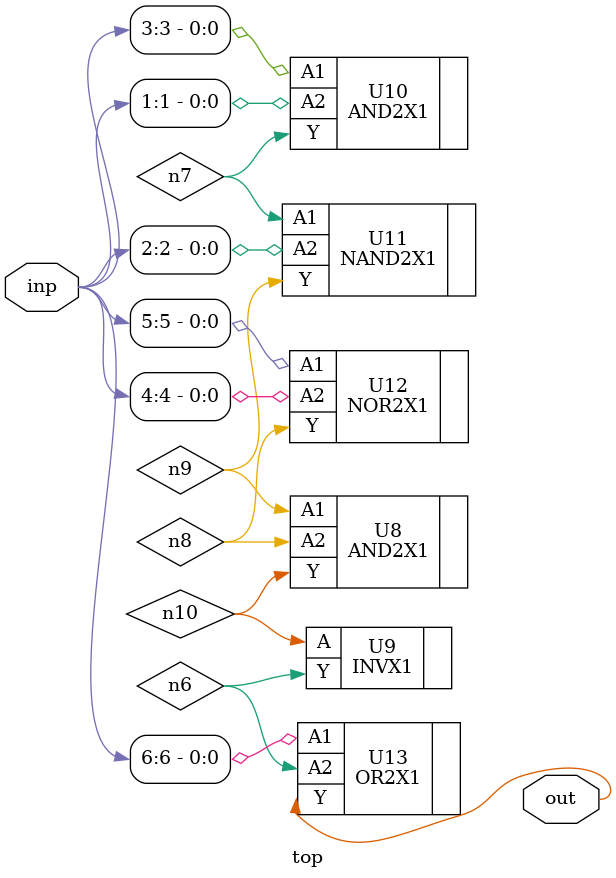
<source format=sv>


module top ( inp, out );
  input [6:0] inp;
  output out;
  wire   n6, n7, n8, n9, n10;

  AND2X1 U8 ( .A1(n9), .A2(n8), .Y(n10) );
  INVX1 U9 ( .A(n10), .Y(n6) );
  AND2X1 U10 ( .A1(inp[3]), .A2(inp[1]), .Y(n7) );
  NAND2X1 U11 ( .A1(n7), .A2(inp[2]), .Y(n9) );
  NOR2X1 U12 ( .A1(inp[5]), .A2(inp[4]), .Y(n8) );
  OR2X1 U13 ( .A1(inp[6]), .A2(n6), .Y(out) );
endmodule


</source>
